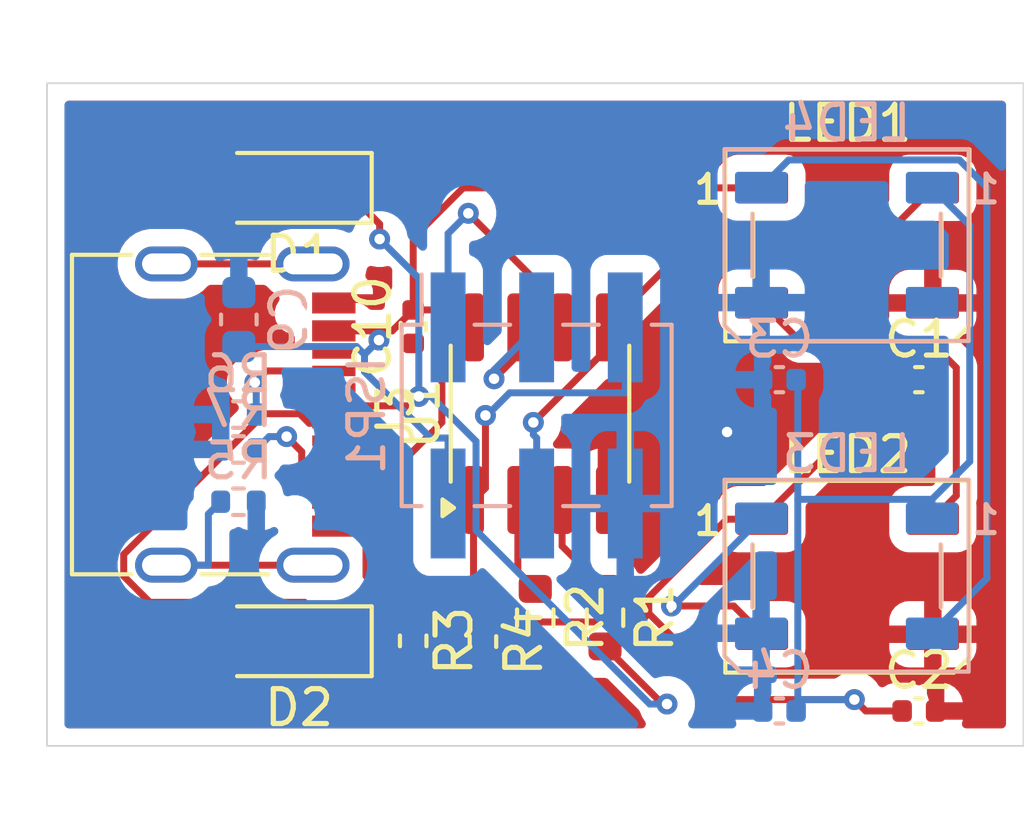
<source format=kicad_pcb>
(kicad_pcb (version 20241229) (generator "pcbnew") (generator_version "9.0")
  (layers (0 "F.Cu" signal) (2 "B.Cu" signal) (13 "F.Paste" user) (15 "B.Paste" user) (5 "F.SilkS" user "F.Silkscreen") (7 "B.SilkS" user "B.Silkscreen") (1 "F.Mask" user) (3 "B.Mask" user) (25 "Edge.Cuts" user))
  (net 0 "")
  (net 1 "GND")
  (net 2 "VCC")
  (net 3 "/PB0")
  (net 4 "/PB2")
  (net 5 "/RST")
  (net 6 "/PB1")
  (net 7 "/D-")
  (net 9 "Net-(J3-CC2)")
  (net 10 "Net-(J3-SHIELD)")
  (net 11 "/D+")
  (net 13 "Net-(J3-CC1)")
  (net 14 "/PB4")
  (net 15 "/PB3")
  (net 16 "WS-1")
  (net 17 "WS-2")
  (net 18 "WS-3")
  (footprint "LED_SMD:LED_WS2812B_PLCC4_5.0x5.0mm_P3.2mm" (layer "F.Cu") (at 182.95 102.15)
    (property "Reference" "LED1" (at 0 -3.5 0) (layer "F.SilkS"))
    (property "Value" "WS2812B")
    (fp_line (start -3.5 -2.75) (end -3.5 2.75) (stroke (width 0.12)) (layer "F.SilkS"))
    (fp_line (start -3.5 -2.75) (end 3.5 -2.75) (stroke (width 0.12)) (layer "F.SilkS"))
    (fp_line (start -3.5 2.75) (end 3.05 2.75) (stroke (width 0.12)) (layer "F.SilkS"))
    (fp_line (start -2.7 0.9) (end -2.7 -0.9) (stroke (width 0.12)) (layer "F.SilkS"))
    (fp_line (start 2.7 0.9) (end 2.7 -0.9) (stroke (width 0.12)) (layer "F.SilkS"))
    (fp_line (start 3.05 2.75) (end 3.5 2.3) (stroke (width 0.12)) (layer "F.SilkS"))
    (fp_line (start 3.5 2.3) (end 3.5 -2.75) (stroke (width 0.12)) (layer "F.SilkS"))
    (fp_text user "1" (at -4 -1.6 0) (layer "F.SilkS") (effects (font (size 0.8 0.8))))
    (pad "1" smd roundrect (at -2.45 -1.65) (size 1.5 0.9) (layers "F.Cu" "F.Mask" "F.Paste") (roundrect_rratio 0.1) (net 2 "VCC"))
    (pad "2" smd roundrect (at -2.45 1.65) (size 1.5 0.9) (layers "F.Cu" "F.Mask" "F.Paste") (roundrect_rratio 0.1) (net 16 "WS-1"))
    (pad "3" smd roundrect (at 2.45 1.65) (size 1.5 0.9) (layers "F.Cu" "F.Mask" "F.Paste") (roundrect_rratio 0.1) (net 1 "GND"))
    (pad "4" smd roundrect (at 2.45 -1.65) (size 1.5 0.9) (layers "F.Cu" "F.Mask" "F.Paste") (roundrect_rratio 0.1) (net 3 "/PB0"))
  )
  (footprint "Connector_USB:USB_C_Receptacle_G-Switch_GT-USB-7010ASV" (layer "F.Cu") (at 164.5 107 -90)
    (property "Reference" "J3" (at 0 -5.5 90) (layer "F.SilkS"))
    (property "Value" "USB_C_Receptacle_USB2.0_16P")
    (fp_line (start -4.58 3.785) (end -4.58 2.08) (stroke (width 0.12)) (layer "F.SilkS"))
    (fp_line (start 4.58 3.785) (end -4.58 3.785) (stroke (width 0.12)) (layer "F.SilkS"))
    (fp_line (start 4.58 2.08) (end 4.58 3.785) (stroke (width 0.12)) (layer "F.SilkS"))
    (fp_line (start 4.58 0.07) (end 4.58 -1.85) (stroke (width 0.12)) (layer "F.SilkS"))
    (fp_line (start -4.58 -1.85) (end -4.58 0.07) (stroke (width 0.12)) (layer "F.SilkS"))
    (pad "" np_thru_hole circle (at -2.89 -2.605 270) (size 0.65 0.65) (drill 0.65) (layers "*.Cu" "*.Mask"))
    (pad "" np_thru_hole circle (at 2.89 -2.605 270) (size 0.65 0.65) (drill 0.65) (layers "*.Cu" "*.Mask"))
    (pad "A1" smd rect (at -3.2 -3.725 270) (size 0.6 1.24) (layers "F.Cu" "F.Mask" "F.Paste") (net 1 "GND"))
    (pad "A4" smd rect (at -2.4 -3.725 270) (size 0.6 1.24) (layers "F.Cu" "F.Mask" "F.Paste") (net 2 "VCC"))
    (pad "A5" smd rect (at -1.25 -3.725 270) (size 0.3 1.24) (layers "F.Cu" "F.Mask" "F.Paste") (net 13 "Net-(J3-CC1)"))
    (pad "A6" smd rect (at -0.25 -3.725 270) (size 0.3 1.24) (layers "F.Cu" "F.Mask" "F.Paste") (net 11 "/D+"))
    (pad "A7" smd rect (at 0.25 -3.725 270) (size 0.3 1.24) (layers "F.Cu" "F.Mask" "F.Paste") (net 7 "/D-"))
    (pad "A8" smd rect (at 1.25 -3.725 270) (size 0.3 1.24) (layers "F.Cu" "F.Mask" "F.Paste"))
    (pad "A9" smd rect (at 2.4 -3.725 270) (size 0.6 1.24) (layers "F.Cu" "F.Mask" "F.Paste") (net 2 "VCC"))
    (pad "A12" smd rect (at 3.2 -3.725 270) (size 0.6 1.24) (layers "F.Cu" "F.Mask" "F.Paste") (net 1 "GND"))
    (pad "B1" smd rect (at 3.2 -3.725 270) (size 0.6 1.24) (layers "F.Cu" "F.Mask" "F.Paste") (net 1 "GND"))
    (pad "B4" smd rect (at 2.4 -3.725 270) (size 0.6 1.24) (layers "F.Cu" "F.Mask" "F.Paste") (net 2 "VCC"))
    (pad "B5" smd rect (at 1.75 -3.725 270) (size 0.3 1.24) (layers "F.Cu" "F.Mask" "F.Paste") (net 9 "Net-(J3-CC2)"))
    (pad "B6" smd rect (at 0.75 -3.725 270) (size 0.3 1.24) (layers "F.Cu" "F.Mask" "F.Paste") (net 11 "/D+"))
    (pad "B7" smd rect (at -0.75 -3.725 270) (size 0.3 1.24) (layers "F.Cu" "F.Mask" "F.Paste") (net 7 "/D-"))
    (pad "B8" smd rect (at -1.75 -3.725 270) (size 0.3 1.24) (layers "F.Cu" "F.Mask" "F.Paste"))
    (pad "B9" smd rect (at -2.4 -3.725 270) (size 0.6 1.24) (layers "F.Cu" "F.Mask" "F.Paste") (net 2 "VCC"))
    (pad "B12" smd rect (at -3.2 -3.725 270) (size 0.6 1.24) (layers "F.Cu" "F.Mask" "F.Paste") (net 1 "GND"))
    (pad "S1" thru_hole oval (at -4.32 -3.125 270) (size 1 2.1) (drill oval 0.6 1.7) (property pad_prop_heatsink) (layers "*.Cu" "*.Mask") (net 10 "Net-(J3-SHIELD)"))
    (pad "S1" thru_hole oval (at -4.32 1.075 270) (size 1 1.8) (drill oval 0.6 1.4) (property pad_prop_heatsink) (layers "*.Cu" "*.Mask") (net 10 "Net-(J3-SHIELD)"))
    (pad "S1" thru_hole oval (at 4.32 -3.125 270) (size 1 2.1) (drill oval 0.6 1.7) (property pad_prop_heatsink) (layers "*.Cu" "*.Mask") (net 10 "Net-(J3-SHIELD)"))
    (pad "S1" thru_hole oval (at 4.32 1.075 270) (size 1 1.8) (drill oval 0.6 1.4) (property pad_prop_heatsink) (layers "*.Cu" "*.Mask") (net 10 "Net-(J3-SHIELD)"))
  )
  (footprint "Capacitor_SMD:C_0402_1005Metric" (layer "F.Cu") (at 185 106)
    (property "Reference" "C1" (at 0 -1.16 0) (layer "F.SilkS"))
    (property "Value" "100n")
    (fp_line (start -0.107836 -0.36) (end 0.107836 -0.36) (stroke (width 0.12)) (layer "F.SilkS"))
    (fp_line (start -0.107836 0.36) (end 0.107836 0.36) (stroke (width 0.12)) (layer "F.SilkS"))
    (pad "1" smd roundrect (at -0.48 0) (size 0.56 0.62) (layers "F.Cu" "F.Mask" "F.Paste") (net 2 "VCC"))
    (pad "2" smd roundrect (at 0.48 0) (size 0.56 0.62) (layers "F.Cu" "F.Mask" "F.Paste") (net 1 "GND"))
  )
  (footprint "Diode_SMD:D_SOD-123F" (layer "F.Cu") (at 167.1 100.5 180)
    (property "Reference" "D1" (at -0.127 -1.905 0) (layer "F.SilkS"))
    (property "Value" "3V6")
    (fp_line (start -2.21 1) (end 1.65 1) (stroke (width 0.12)) (layer "F.SilkS"))
    (fp_line (start -2.21 -1) (end 1.65 -1) (stroke (width 0.12)) (layer "F.SilkS"))
    (fp_line (start -2.21 -1) (end -2.21 1) (stroke (width 0.12)) (layer "F.SilkS"))
    (pad "1" smd roundrect (at -1.4 0 180) (size 1.1 1.1) (layers "F.Cu" "F.Mask" "F.Paste") (roundrect_rratio 0.2272727273) (net 11 "/D+"))
    (pad "2" smd roundrect (at 1.4 0 180) (size 1.1 1.1) (layers "F.Cu" "F.Mask" "F.Paste") (roundrect_rratio 0.2272727273) (net 1 "GND"))
  )
  (footprint "Capacitor_SMD:C_0402_1005Metric" (layer "F.Cu") (at 185 115.5)
    (property "Reference" "C2" (at 0 -1.16 0) (layer "F.SilkS"))
    (property "Value" "100n")
    (fp_line (start -0.107836 -0.36) (end 0.107836 -0.36) (stroke (width 0.12)) (layer "F.SilkS"))
    (fp_line (start -0.107836 0.36) (end 0.107836 0.36) (stroke (width 0.12)) (layer "F.SilkS"))
    (pad "1" smd roundrect (at -0.48 0) (size 0.56 0.62) (layers "F.Cu" "F.Mask" "F.Paste") (net 2 "VCC"))
    (pad "2" smd roundrect (at 0.48 0) (size 0.56 0.62) (layers "F.Cu" "F.Mask" "F.Paste") (net 1 "GND"))
  )
  (footprint "Capacitor_SMD:C_0402_1005Metric" (layer "F.Cu") (at 170.5 104.48 90)
    (property "Reference" "C10" (at 0 -1.16 90) (layer "F.SilkS"))
    (property "Value" "100n")
    (fp_line (start -0.107836 -0.36) (end 0.107836 -0.36) (stroke (width 0.12)) (layer "F.SilkS"))
    (fp_line (start -0.107836 0.36) (end 0.107836 0.36) (stroke (width 0.12)) (layer "F.SilkS"))
    (pad "1" smd roundrect (at -0.48 0 90) (size 0.56 0.62) (layers "F.Cu" "F.Mask" "F.Paste") (net 1 "GND"))
    (pad "2" smd roundrect (at 0.48 0 90) (size 0.56 0.62) (layers "F.Cu" "F.Mask" "F.Paste") (net 2 "VCC"))
  )
  (footprint "Package_SO:SOIC-8_3.9x4.9mm_P1.27mm" (layer "F.Cu") (at 174.135 106.975 90)
    (property "Reference" "U1" (at 0 -3.4 90) (layer "F.SilkS"))
    (property "Value" "ATTINY85")
    (fp_line (start 0 -2.56) (end 1.95 -2.56) (stroke (width 0.12)) (layer "F.SilkS"))
    (fp_line (start 0 -2.56) (end -1.95 -2.56) (stroke (width 0.12)) (layer "F.SilkS"))
    (fp_line (start 0 2.56) (end 1.95 2.56) (stroke (width 0.12)) (layer "F.SilkS"))
    (fp_line (start 0 2.56) (end -1.95 2.56) (stroke (width 0.12)) (layer "F.SilkS"))
    (fp_poly (pts (xy -2.7 -2.465) (xy -2.94 -2.795) (xy -2.46 -2.795) (xy -2.7 -2.465)) (stroke (width 0.12)) (fill yes) (layer "F.SilkS"))
    (pad "1" smd roundrect (at -2.475 -1.905 90) (size 1.95 0.6) (layers "F.Cu" "F.Mask" "F.Paste") (net 5 "/RST"))
    (pad "2" smd roundrect (at -2.475 -0.635 90) (size 1.95 0.6) (layers "F.Cu" "F.Mask" "F.Paste") (net 15 "/PB3"))
    (pad "3" smd roundrect (at -2.475 0.635 90) (size 1.95 0.6) (layers "F.Cu" "F.Mask" "F.Paste") (net 14 "/PB4"))
    (pad "4" smd roundrect (at -2.475 1.905 90) (size 1.95 0.6) (layers "F.Cu" "F.Mask" "F.Paste") (net 1 "GND"))
    (pad "5" smd roundrect (at 2.475 1.905 90) (size 1.95 0.6) (layers "F.Cu" "F.Mask" "F.Paste") (net 3 "/PB0"))
    (pad "6" smd roundrect (at 2.475 0.635 90) (size 1.95 0.6) (layers "F.Cu" "F.Mask" "F.Paste") (net 6 "/PB1"))
    (pad "7" smd roundrect (at 2.475 -0.635 90) (size 1.95 0.6) (layers "F.Cu" "F.Mask" "F.Paste") (net 4 "/PB2"))
    (pad "8" smd roundrect (at 2.475 -1.905 90) (size 1.95 0.6) (layers "F.Cu" "F.Mask" "F.Paste") (net 2 "VCC"))
  )
  (footprint "Resistor_SMD:R_0402_1005Metric" (layer "F.Cu") (at 172.5 113.51 -90)
    (property "Reference" "R4" (at 0 -1.17 90) (layer "F.SilkS"))
    (property "Value" "10K")
    (fp_line (start -0.153641 0.38) (end 0.153641 0.38) (stroke (width 0.12)) (layer "F.SilkS"))
    (fp_line (start -0.153641 -0.38) (end 0.153641 -0.38) (stroke (width 0.12)) (layer "F.SilkS"))
    (pad "1" smd roundrect (at -0.51 0 270) (size 0.54 0.64) (layers "F.Cu" "F.Mask" "F.Paste") (net 5 "/RST"))
    (pad "2" smd roundrect (at 0.51 0 270) (size 0.54 0.64) (layers "F.Cu" "F.Mask" "F.Paste") (net 2 "VCC"))
  )
  (footprint "LED_SMD:LED_WS2812B_PLCC4_5.0x5.0mm_P3.2mm" (layer "F.Cu") (at 182.95 111.65)
    (property "Reference" "LED2" (at 0 -3.5 0) (layer "F.SilkS"))
    (property "Value" "WS2812B")
    (fp_line (start -3.5 -2.75) (end -3.5 2.75) (stroke (width 0.12)) (layer "F.SilkS"))
    (fp_line (start -3.5 -2.75) (end 3.5 -2.75) (stroke (width 0.12)) (layer "F.SilkS"))
    (fp_line (start -3.5 2.75) (end 3.05 2.75) (stroke (width 0.12)) (layer "F.SilkS"))
    (fp_line (start -2.7 0.9) (end -2.7 -0.9) (stroke (width 0.12)) (layer "F.SilkS"))
    (fp_line (start 2.7 0.9) (end 2.7 -0.9) (stroke (width 0.12)) (layer "F.SilkS"))
    (fp_line (start 3.05 2.75) (end 3.5 2.3) (stroke (width 0.12)) (layer "F.SilkS"))
    (fp_line (start 3.5 2.3) (end 3.5 -2.75) (stroke (width 0.12)) (layer "F.SilkS"))
    (fp_text user "1" (at -4 -1.6 0) (layer "F.SilkS") (effects (font (size 0.8 0.8))))
    (pad "1" smd roundrect (at -2.45 -1.65) (size 1.5 0.9) (layers "F.Cu" "F.Mask" "F.Paste") (roundrect_rratio 0.1) (net 2 "VCC"))
    (pad "2" smd roundrect (at -2.45 1.65) (size 1.5 0.9) (layers "F.Cu" "F.Mask" "F.Paste") (roundrect_rratio 0.1) (net 17 "WS-2"))
    (pad "3" smd roundrect (at 2.45 1.65) (size 1.5 0.9) (layers "F.Cu" "F.Mask" "F.Paste") (roundrect_rratio 0.1) (net 1 "GND"))
    (pad "4" smd roundrect (at 2.45 -1.65) (size 1.5 0.9) (layers "F.Cu" "F.Mask" "F.Paste") (roundrect_rratio 0.1) (net 16 "WS-1"))
  )
  (footprint "Resistor_SMD:R_0402_1005Metric" (layer "F.Cu") (at 170.5 113.49 -90)
    (property "Reference" "R3" (at 0 -1.17 90) (layer "F.SilkS"))
    (property "Value" "1.5K")
    (fp_line (start -0.153641 0.38) (end 0.153641 0.38) (stroke (width 0.12)) (layer "F.SilkS"))
    (fp_line (start -0.153641 -0.38) (end 0.153641 -0.38) (stroke (width 0.12)) (layer "F.SilkS"))
    (pad "1" smd roundrect (at -0.51 0 270) (size 0.54 0.64) (layers "F.Cu" "F.Mask" "F.Paste") (net 2 "VCC"))
    (pad "2" smd roundrect (at 0.51 0 270) (size 0.54 0.64) (layers "F.Cu" "F.Mask" "F.Paste") (net 7 "/D-"))
  )
  (footprint "Resistor_SMD:R_0603_1608Metric" (layer "F.Cu") (at 176 112.825 -90)
    (property "Reference" "R1" (at 0 -1.43 90) (layer "F.SilkS"))
    (property "Value" "75")
    (fp_line (start -0.237258 0.5225) (end 0.237258 0.5225) (stroke (width 0.12)) (layer "F.SilkS"))
    (fp_line (start -0.237258 -0.5225) (end 0.237258 -0.5225) (stroke (width 0.12)) (layer "F.SilkS"))
    (pad "1" smd roundrect (at -0.825 0 270) (size 0.8 0.95) (layers "F.Cu" "F.Mask" "F.Paste") (net 14 "/PB4"))
    (pad "2" smd roundrect (at 0.825 0 270) (size 0.8 0.95) (layers "F.Cu" "F.Mask" "F.Paste") (net 11 "/D+"))
  )
  (footprint "Resistor_SMD:R_0603_1608Metric" (layer "F.Cu") (at 174 112.825 -90)
    (property "Reference" "R2" (at 0 -1.43 90) (layer "F.SilkS"))
    (property "Value" "75")
    (fp_line (start -0.237258 0.5225) (end 0.237258 0.5225) (stroke (width 0.12)) (layer "F.SilkS"))
    (fp_line (start -0.237258 -0.5225) (end 0.237258 -0.5225) (stroke (width 0.12)) (layer "F.SilkS"))
    (pad "1" smd roundrect (at -0.825 0 270) (size 0.8 0.95) (layers "F.Cu" "F.Mask" "F.Paste") (net 15 "/PB3"))
    (pad "2" smd roundrect (at 0.825 0 270) (size 0.8 0.95) (layers "F.Cu" "F.Mask" "F.Paste") (net 7 "/D-"))
  )
  (footprint "Diode_SMD:D_SOD-123F" (layer "F.Cu") (at 167.1 113.5 180)
    (property "Reference" "D2" (at -0.127 -1.905 0) (layer "F.SilkS"))
    (property "Value" "3V6")
    (fp_line (start -2.21 1) (end 1.65 1) (stroke (width 0.12)) (layer "F.SilkS"))
    (fp_line (start -2.21 -1) (end 1.65 -1) (stroke (width 0.12)) (layer "F.SilkS"))
    (fp_line (start -2.21 -1) (end -2.21 1) (stroke (width 0.12)) (layer "F.SilkS"))
    (pad "1" smd roundrect (at -1.4 0 180) (size 1.1 1.1) (layers "F.Cu" "F.Mask" "F.Paste") (roundrect_rratio 0.2272727273) (net 7 "/D-"))
    (pad "2" smd roundrect (at 1.4 0 180) (size 1.1 1.1) (layers "F.Cu" "F.Mask" "F.Paste") (roundrect_rratio 0.2272727273) (net 1 "GND"))
  )
  (footprint "LED_SMD:LED_WS2812B_PLCC4_5.0x5.0mm_P3.2mm" (layer "B.Cu") (at 182.9265 102.1404 180)
    (property "Reference" "LED4" (at 0 3.5 0) (layer "B.SilkS") (effects (justify mirror)))
    (property "Value" "WS2812B")
    (fp_line (start 3.5 -2.3) (end 3.5 2.75) (stroke (width 0.12)) (layer "B.SilkS"))
    (fp_line (start 3.05 -2.75) (end 3.5 -2.3) (stroke (width 0.12)) (layer "B.SilkS"))
    (fp_line (start 2.7 -0.9) (end 2.7 0.9) (stroke (width 0.12)) (layer "B.SilkS"))
    (fp_line (start -2.7 -0.9) (end -2.7 0.9) (stroke (width 0.12)) (layer "B.SilkS"))
    (fp_line (start -3.5 2.75) (end 3.5 2.75) (stroke (width 0.12)) (layer "B.SilkS"))
    (fp_line (start -3.5 2.75) (end -3.5 -2.75) (stroke (width 0.12)) (layer "B.SilkS"))
    (fp_line (start -3.5 -2.75) (end 3.05 -2.75) (stroke (width 0.12)) (layer "B.SilkS"))
    (fp_text user "1" (at -4 1.6 0) (layer "B.SilkS") (effects (font (size 0.8 0.8)) (justify mirror)))
    (pad "1" smd roundrect (at -2.45 1.65 180) (size 1.5 0.9) (layers "B.Cu" "B.Mask" "B.Paste") (roundrect_rratio 0.1) (net 2 "VCC"))
    (pad "2" smd roundrect (at -2.45 -1.65 180) (size 1.5 0.9) (layers "B.Cu" "B.Mask" "B.Paste") (roundrect_rratio 0.1))
    (pad "3" smd roundrect (at 2.45 -1.65 180) (size 1.5 0.9) (layers "B.Cu" "B.Mask" "B.Paste") (roundrect_rratio 0.1) (net 1 "GND"))
    (pad "4" smd roundrect (at 2.45 1.65 180) (size 1.5 0.9) (layers "B.Cu" "B.Mask" "B.Paste") (roundrect_rratio 0.1) (net 18 "WS-3"))
  )
  (footprint "Resistor_SMD:R_0402_1005Metric" (layer "B.Cu") (at 165.49 107 180)
    (property "Reference" "R6" (at 0 1.17 0) (layer "B.SilkS") (effects (justify mirror)))
    (property "Value" "5.11k")
    (fp_line (start -0.153641 0.38) (end 0.153641 0.38) (stroke (width 0.12)) (layer "B.SilkS"))
    (fp_line (start -0.153641 -0.38) (end 0.153641 -0.38) (stroke (width 0.12)) (layer "B.SilkS"))
    (pad "1" smd roundrect (at -0.51 0 180) (size 0.54 0.64) (layers "B.Cu" "B.Mask" "B.Paste") (net 13 "Net-(J3-CC1)"))
    (pad "2" smd roundrect (at 0.51 0 180) (size 0.54 0.64) (layers "B.Cu" "B.Mask" "B.Paste") (net 1 "GND"))
  )
  (footprint "Resistor_SMD:R_0402_1005Metric" (layer "B.Cu") (at 165.49 108 180)
    (property "Reference" "R7" (at 0 1.17 0) (layer "B.SilkS") (effects (justify mirror)))
    (property "Value" "5.11k")
    (fp_line (start -0.153641 0.38) (end 0.153641 0.38) (stroke (width 0.12)) (layer "B.SilkS"))
    (fp_line (start -0.153641 -0.38) (end 0.153641 -0.38) (stroke (width 0.12)) (layer "B.SilkS"))
    (pad "1" smd roundrect (at -0.51 0 180) (size 0.54 0.64) (layers "B.Cu" "B.Mask" "B.Paste") (net 9 "Net-(J3-CC2)"))
    (pad "2" smd roundrect (at 0.51 0 180) (size 0.54 0.64) (layers "B.Cu" "B.Mask" "B.Paste") (net 1 "GND"))
  )
  (footprint "Capacitor_SMD:C_0603_1608Metric" (layer "B.Cu") (at 165.5 104.275 90)
    (property "Reference" "C9" (at 0 1.43 90) (layer "B.SilkS") (effects (justify mirror)))
    (property "Value" "10µF")
    (fp_line (start -0.14058 -0.51) (end 0.14058 -0.51) (stroke (width 0.12)) (layer "B.SilkS"))
    (fp_line (start -0.14058 0.51) (end 0.14058 0.51) (stroke (width 0.12)) (layer "B.SilkS"))
    (pad "1" smd roundrect (at -0.775 0 90) (size 0.9 0.95) (layers "B.Cu" "B.Mask" "B.Paste") (net 2 "VCC"))
    (pad "2" smd roundrect (at 0.775 0 90) (size 0.9 0.95) (layers "B.Cu" "B.Mask" "B.Paste") (net 1 "GND"))
  )
  (footprint "Capacitor_SMD:C_0402_1005Metric" (layer "B.Cu") (at 181 115.5 180)
    (property "Reference" "C4" (at 0 1.16 0) (layer "B.SilkS") (effects (justify mirror)))
    (property "Value" "100n")
    (fp_line (start -0.107836 0.36) (end 0.107836 0.36) (stroke (width 0.12)) (layer "B.SilkS"))
    (fp_line (start -0.107836 -0.36) (end 0.107836 -0.36) (stroke (width 0.12)) (layer "B.SilkS"))
    (pad "1" smd roundrect (at -0.48 0 180) (size 0.56 0.62) (layers "B.Cu" "B.Mask" "B.Paste") (net 2 "VCC"))
    (pad "2" smd roundrect (at 0.48 0 180) (size 0.56 0.62) (layers "B.Cu" "B.Mask" "B.Paste") (net 1 "GND"))
  )
  (footprint "LED_SMD:LED_WS2812B_PLCC4_5.0x5.0mm_P3.2mm" (layer "B.Cu") (at 182.9265 111.6215 180)
    (property "Reference" "LED3" (at 0 3.5 0) (layer "B.SilkS") (effects (justify mirror)))
    (property "Value" "WS2812B")
    (fp_line (start 3.5 -2.3) (end 3.5 2.75) (stroke (width 0.12)) (layer "B.SilkS"))
    (fp_line (start 3.05 -2.75) (end 3.5 -2.3) (stroke (width 0.12)) (layer "B.SilkS"))
    (fp_line (start 2.7 -0.9) (end 2.7 0.9) (stroke (width 0.12)) (layer "B.SilkS"))
    (fp_line (start -2.7 -0.9) (end -2.7 0.9) (stroke (width 0.12)) (layer "B.SilkS"))
    (fp_line (start -3.5 2.75) (end 3.5 2.75) (stroke (width 0.12)) (layer "B.SilkS"))
    (fp_line (start -3.5 2.75) (end -3.5 -2.75) (stroke (width 0.12)) (layer "B.SilkS"))
    (fp_line (start -3.5 -2.75) (end 3.05 -2.75) (stroke (width 0.12)) (layer "B.SilkS"))
    (fp_text user "1" (at -4 1.6 0) (layer "B.SilkS") (effects (font (size 0.8 0.8)) (justify mirror)))
    (pad "1" smd roundrect (at -2.45 1.65 180) (size 1.5 0.9) (layers "B.Cu" "B.Mask" "B.Paste") (roundrect_rratio 0.1) (net 2 "VCC"))
    (pad "2" smd roundrect (at -2.45 -1.65 180) (size 1.5 0.9) (layers "B.Cu" "B.Mask" "B.Paste") (roundrect_rratio 0.1) (net 18 "WS-3"))
    (pad "3" smd roundrect (at 2.45 -1.65 180) (size 1.5 0.9) (layers "B.Cu" "B.Mask" "B.Paste") (roundrect_rratio 0.1) (net 1 "GND"))
    (pad "4" smd roundrect (at 2.45 1.65 180) (size 1.5 0.9) (layers "B.Cu" "B.Mask" "B.Paste") (roundrect_rratio 0.1) (net 17 "WS-2"))
  )
  (footprint "Resistor_SMD:R_0402_1005Metric" (layer "B.Cu") (at 165.49 109.5 180)
    (property "Reference" "R5" (at 0 1.17 0) (layer "B.SilkS") (effects (justify mirror)))
    (property "Value" "1M")
    (fp_line (start -0.153641 0.38) (end 0.153641 0.38) (stroke (width 0.12)) (layer "B.SilkS"))
    (fp_line (start -0.153641 -0.38) (end 0.153641 -0.38) (stroke (width 0.12)) (layer "B.SilkS"))
    (pad "1" smd roundrect (at -0.51 0 180) (size 0.54 0.64) (layers "B.Cu" "B.Mask" "B.Paste") (net 1 "GND"))
    (pad "2" smd roundrect (at 0.51 0 180) (size 0.54 0.64) (layers "B.Cu" "B.Mask" "B.Paste") (net 10 "Net-(J3-SHIELD)"))
  )
  (footprint "Connector_PinHeader_2.54mm:PinHeader_2x03_P2.54mm_Vertical_SMD" (layer "B.Cu") (at 174.04 107.025 -90)
    (property "Reference" "ISP1" (at 0 4.87 90) (layer "B.SilkS") (effects (justify mirror)))
    (property "Value" "AVRISP-6")
    (fp_line (start -2.6 3.87) (end 2.6 3.87) (stroke (width 0.12)) (layer "B.SilkS"))
    (fp_line (start -2.6 3.87) (end -2.6 3.3) (stroke (width 0.12)) (layer "B.SilkS"))
    (fp_line (start 2.6 3.87) (end 2.6 3.3) (stroke (width 0.12)) (layer "B.SilkS"))
    (fp_line (start -4.04 3.3) (end -2.6 3.3) (stroke (width 0.12)) (layer "B.SilkS"))
    (fp_line (start -2.6 1.78) (end -2.6 0.76) (stroke (width 0.12)) (layer "B.SilkS"))
    (fp_line (start 2.6 1.78) (end 2.6 0.76) (stroke (width 0.12)) (layer "B.SilkS"))
    (fp_line (start -2.6 -0.76) (end -2.6 -1.78) (stroke (width 0.12)) (layer "B.SilkS"))
    (fp_line (start 2.6 -0.76) (end 2.6 -1.78) (stroke (width 0.12)) (layer "B.SilkS"))
    (fp_line (start -2.6 -3.3) (end -2.6 -3.87) (stroke (width 0.12)) (layer "B.SilkS"))
    (fp_line (start 2.6 -3.3) (end 2.6 -3.87) (stroke (width 0.12)) (layer "B.SilkS"))
    (fp_line (start -2.6 -3.87) (end 2.6 -3.87) (stroke (width 0.12)) (layer "B.SilkS"))
    (pad "1" smd rect (at -2.525 2.54 270) (size 3.15 1) (layers "B.Cu" "B.Mask" "B.Paste") (net 6 "/PB1"))
    (pad "2" smd rect (at 2.525 2.54 270) (size 3.15 1) (layers "B.Cu" "B.Mask" "B.Paste") (net 2 "VCC"))
    (pad "3" smd rect (at -2.525 0 270) (size 3.15 1) (layers "B.Cu" "B.Mask" "B.Paste") (net 4 "/PB2"))
    (pad "4" smd rect (at 2.525 0 270) (size 3.15 1) (layers "B.Cu" "B.Mask" "B.Paste") (net 3 "/PB0"))
    (pad "5" smd rect (at -2.525 -2.54 270) (size 3.15 1) (layers "B.Cu" "B.Mask" "B.Paste") (net 5 "/RST"))
    (pad "6" smd rect (at 2.525 -2.54 270) (size 3.15 1) (layers "B.Cu" "B.Mask" "B.Paste") (net 1 "GND"))
  )
  (footprint "Capacitor_SMD:C_0402_1005Metric" (layer "B.Cu") (at 181 106 180)
    (property "Reference" "C3" (at 0 1.16 0) (layer "B.SilkS") (effects (justify mirror)))
    (property "Value" "100n")
    (fp_line (start -0.107836 0.36) (end 0.107836 0.36) (stroke (width 0.12)) (layer "B.SilkS"))
    (fp_line (start -0.107836 -0.36) (end 0.107836 -0.36) (stroke (width 0.12)) (layer "B.SilkS"))
    (pad "1" smd roundrect (at -0.48 0 180) (size 0.56 0.62) (layers "B.Cu" "B.Mask" "B.Paste") (net 2 "VCC"))
    (pad "2" smd roundrect (at 0.48 0 180) (size 0.56 0.62) (layers "B.Cu" "B.Mask" "B.Paste") (net 1 "GND"))
  )
  (gr_line (start 160 116.5) (end 160 97.5) (stroke (width 0.05)) (layer "Edge.Cuts"))
  (gr_line (start 188 97.5) (end 188 116.5) (stroke (width 0.05)) (layer "Edge.Cuts"))
  (gr_line (start 160 97.5) (end 188 97.5) (stroke (width 0.05)) (layer "Edge.Cuts"))
  (gr_line (start 188 116.5) (end 160 116.5) (stroke (width 0.05)) (layer "Edge.Cuts"))
  (via (at 179.5 107.5) (size 0.6) (drill 0.3) (layers "F.Cu" "B.Cu") (net 1))
  (segment (start 171.54 114.02) (end 172.5 114.02) (width 0.2) (layer "F.Cu") (net 2))
  (segment (start 170.5 112.98) (end 171.54 114.02) (width 0.2) (layer "F.Cu") (net 2))
  (segment (start 180.5 100.5) (end 171.9346 100.5) (width 0.2) (layer "F.Cu") (net 2))
  (segment (start 168.225 104.6) (end 169.5173 104.6) (width 0.2) (layer "F.Cu") (net 2))
  (segment (start 169.5173 104.6) (end 169.9 104.6) (width 0.2) (layer "F.Cu") (net 2))
  (segment (start 177.2547 112.2399) (end 177.2547 112.7008) (width 0.2) (layer "F.Cu") (net 2))
  (segment (start 177.008 112.9475) (end 173.4807 112.9475) (width 0.2) (layer "F.Cu") (net 2))
  (segment (start 169.1467 109.4) (end 169.1467 111.6267) (width 0.2) (layer "F.Cu") (net 2))
  (segment (start 173.204 113.316) (end 172.5 114.02) (width 0.2) (layer "F.Cu") (net 2))
  (segment (start 177.2547 112.7008) (end 177.008 112.9475) (width 0.2) (layer "F.Cu") (net 2))
  (segment (start 170.5 104) (end 171.73 104) (width 0.2) (layer "F.Cu") (net 2))
  (segment (start 179.7274 115.1735) (end 183.1498 115.1735) (width 0.2) (layer "F.Cu") (net 2))
  (segment (start 184.5 106) (end 184.52 106) (width 0.2) (layer "F.Cu") (net 2))
  (segment (start 171.9346 100.5) (end 170.5 101.9346) (width 0.2) (layer "F.Cu") (net 2))
  (segment (start 183.1498 115.1735) (end 183.4763 115.5) (width 0.2) (layer "F.Cu") (net 2))
  (segment (start 172.23 104.5) (end 171.3223 105.4077) (width 0.2) (layer "F.Cu") (net 2))
  (segment (start 177.2547 112.7008) (end 179.7274 115.1735) (width 0.2) (layer "F.Cu") (net 2))
  (segment (start 169.1467 111.6267) (end 170.5 112.98) (width 0.2) (layer "F.Cu") (net 2))
  (segment (start 170.5 101.9346) (end 170.5 104) (width 0.2) (layer "F.Cu") (net 2))
  (segment (start 180.5 110) (end 184.5 106) (width 0.2) (layer "F.Cu") (net 2))
  (segment (start 180.5 110) (end 179.4946 110) (width 0.2) (layer "F.Cu") (net 2))
  (segment (start 171.3223 105.4077) (end 171.3223 107.2244) (width 0.2) (layer "F.Cu") (net 2))
  (segment (start 168.225 109.4) (end 169.1467 109.4) (width 0.2) (layer "F.Cu") (net 2))
  (segment (start 173.4807 112.9475) (end 173.204 113.2242) (width 0.2) (layer "F.Cu") (net 2))
  (segment (start 171.3223 107.2244) (end 169.1467 109.4) (width 0.2) (layer "F.Cu") (net 2))
  (segment (start 171.73 104) (end 172.23 104.5) (width 0.2) (layer "F.Cu") (net 2))
  (segment (start 173.204 113.2242) (end 173.204 113.316) (width 0.2) (layer "F.Cu") (net 2))
  (segment (start 183.4763 115.5) (end 184.52 115.5) (width 0.2) (layer "F.Cu") (net 2))
  (segment (start 179.4946 110) (end 177.2547 112.2399) (width 0.2) (layer "F.Cu") (net 2))
  (segment (start 169.5173 104.8642) (end 169.5173 104.6) (width 0.2) (layer "F.Cu") (net 2))
  (segment (start 169.9 104.6) (end 170.5 104) (width 0.2) (layer "F.Cu") (net 2))
  (via (at 183.1498 115.1735) (size 0.6) (drill 0.3) (layers "F.Cu" "B.Cu") (net 2))
  (via (at 169.5173 104.8642) (size 0.6) (drill 0.3) (layers "F.Cu" "B.Cu") (net 2))
  (segment (start 185.3765 109.4306) (end 181.5285 109.4306) (width 0.2) (layer "B.Cu") (net 2))
  (segment (start 168.8767 105.05) (end 165.5 105.05) (width 0.2) (layer "B.Cu") (net 2))
  (segment (start 181.5285 115.1735) (end 181.5285 115.4515) (width 0.2) (layer "B.Cu") (net 2))
  (segment (start 171.0032 107.6733) (end 171.5 107.6733) (width 0.2) (layer "B.Cu") (net 2))
  (segment (start 169.1041 105.7742) (end 171.0032 107.6733) (width 0.2) (layer "B.Cu") (net 2))
  (segment (start 185.3765 109.4306) (end 185.3765 109.9715) (width 0.2) (layer "B.Cu") (net 2))
  (segment (start 169.1041 105.2774) (end 169.1041 105.7742) (width 0.2) (layer "B.Cu") (net 2))
  (segment (start 171.5 109.55) (end 171.5 107.6733) (width 0.2) (layer "B.Cu") (net 2))
  (segment (start 181.48 106) (end 181.5285 106.0485) (width 0.2) (layer "B.Cu") (net 2))
  (segment (start 186.4582 101.5721) (end 186.4582 108.3489) (width 0.2) (layer "B.Cu") (net 2))
  (segment (start 181.5285 115.1735) (end 183.1498 115.1735) (width 0.2) (layer "B.Cu") (net 2))
  (segment (start 181.5285 109.4306) (end 181.5285 115.1735) (width 0.2) (layer "B.Cu") (net 2))
  (segment (start 169.1041 105.2774) (end 168.8767 105.05) (width 0.2) (layer "B.Cu") (net 2))
  (segment (start 186.4582 108.3489) (end 185.3765 109.4306) (width 0.2) (layer "B.Cu") (net 2))
  (segment (start 181.5285 115.4515) (end 181.48 115.5) (width 0.2) (layer "B.Cu") (net 2))
  (segment (start 169.5173 104.8642) (end 169.1041 105.2774) (width 0.2) (layer "B.Cu") (net 2))
  (segment (start 185.3765 100.4904) (end 186.4582 101.5721) (width 0.2) (layer "B.Cu") (net 2))
  (segment (start 181.5285 106.0485) (end 181.5285 109.4306) (width 0.2) (layer "B.Cu") (net 2))
  (segment (start 178.39 102.15) (end 176.04 104.5) (width 0.2) (layer "F.Cu") (net 3))
  (segment (start 185.4 100.5) (end 183.75 102.15) (width 0.2) (layer "F.Cu") (net 3))
  (segment (start 176.04 105.1308) (end 173.945 107.2258) (width 0.2) (layer "F.Cu") (net 3))
  (segment (start 176.04 104.5) (end 176.04 105.1308) (width 0.2) (layer "F.Cu") (net 3))
  (segment (start 183.75 102.15) (end 178.39 102.15) (width 0.2) (layer "F.Cu") (net 3))
  (via (at 173.945 107.2258) (size 0.6) (drill 0.3) (layers "F.Cu" "B.Cu") (net 3))
  (segment (start 174.04 109.55) (end 174.04 107.6733) (width 0.2) (layer "B.Cu") (net 3))
  (segment (start 173.945 107.2258) (end 173.945 107.5783) (width 0.2) (layer "B.Cu") (net 3))
  (segment (start 173.945 107.5783) (end 174.04 107.6733) (width 0.2) (layer "B.Cu") (net 3))
  (segment (start 173.5 105.2922) (end 172.8177 105.9745) (width 0.2) (layer "F.Cu") (net 4))
  (segment (start 173.5 104.5) (end 173.5 105.2922) (width 0.2) (layer "F.Cu") (net 4))
  (via (at 172.8177 105.9745) (size 0.6) (drill 0.3) (layers "F.Cu" "B.Cu") (net 4))
  (segment (start 174.04 104.5) (end 172.8177 105.7223) (width 0.2) (layer "B.Cu") (net 4))
  (segment (start 172.8177 105.7223) (end 172.8177 105.9745) (width 0.2) (layer "B.Cu") (net 4))
  (segment (start 172.23 112.73) (end 172.5 113) (width 0.2) (layer "F.Cu") (net 5))
  (segment (start 172.23 109.45) (end 172.23 112.73) (width 0.2) (layer "F.Cu") (net 5))
  (segment (start 172.23 109.45) (end 172.5716 109.1084) (width 0.2) (layer "F.Cu") (net 5))
  (segment (start 172.5716 109.1084) (end 172.5716 107.025) (width 0.2) (layer "F.Cu") (net 5))
  (via (at 172.5716 107.025) (size 0.6) (drill 0.3) (layers "F.Cu" "B.Cu") (net 5))
  (segment (start 176.58 104.5) (end 176.58 106.3767) (width 0.2) (layer "B.Cu") (net 5))
  (segment (start 172.5716 107.025) (end 172.6181 107.025) (width 0.2) (layer "B.Cu") (net 5))
  (segment (start 172.6181 107.025) (end 173.2664 106.3767) (width 0.2) (layer "B.Cu") (net 5))
  (segment (start 173.2664 106.3767) (end 176.58 106.3767) (width 0.2) (layer "B.Cu") (net 5))
  (segment (start 174.77 104.5) (end 174.77 103.919) (width 0.2) (layer "F.Cu") (net 6))
  (segment (start 174.77 103.919) (end 172.0804 101.2294) (width 0.2) (layer "F.Cu") (net 6))
  (via (at 172.0804 101.2294) (size 0.6) (drill 0.3) (layers "F.Cu" "B.Cu") (net 6))
  (segment (start 171.5 101.8098) (end 171.5 104.5) (width 0.2) (layer "B.Cu") (net 6))
  (segment (start 172.0804 101.2294) (end 171.5 101.8098) (width 0.2) (layer "B.Cu") (net 6))
  (segment (start 162.9498 112.3845) (end 162.1991 111.6338) (width 0.2) (layer "F.Cu") (net 7))
  (segment (start 166.2304 106.9767) (end 167.3033 106.9767) (width 0.2) (layer "F.Cu") (net 7))
  (segment (start 170.5 114) (end 171.1048 114.6048) (width 0.2) (layer "F.Cu") (net 7))
  (segment (start 168.225 107.25) (end 167.5176 107.25) (width 0.2) (layer "F.Cu") (net 7))
  (segment (start 171.1048 114.6048) (end 173.0452 114.6048) (width 0.2) (layer "F.Cu") (net 7))
  (segment (start 169 114) (end 168.5 113.5) (width 0.2) (layer "F.Cu") (net 7))
  (segment (start 167.3033 107.0357) (end 167.3033 106.9767) (width 0.2) (layer "F.Cu") (net 7))
  (segment (start 173.0452 114.6048) (end 174 113.65) (width 0.2) (layer "F.Cu") (net 7))
  (segment (start 162.1991 111.008) (end 166.2304 106.9767) (width 0.2) (layer "F.Cu") (net 7))
  (segment (start 168.225 106.25) (end 167.3033 106.25) (width 0.2) (layer "F.Cu") (net 7))
  (segment (start 168.5 113.5) (end 167.3845 112.3845) (width 0.2) (layer "F.Cu") (net 7))
  (segment (start 167.3845 112.3845) (end 162.9498 112.3845) (width 0.2) (layer "F.Cu") (net 7))
  (segment (start 167.5176 107.25) (end 167.3033 107.0357) (width 0.2) (layer "F.Cu") (net 7))
  (segment (start 162.1991 111.6338) (end 162.1991 111.008) (width 0.2) (layer "F.Cu") (net 7))
  (segment (start 170.5 114) (end 169 114) (width 0.2) (layer "F.Cu") (net 7))
  (segment (start 167.3033 106.9767) (end 167.3033 106.25) (width 0.2) (layer "F.Cu") (net 7))
  (segment (start 167.3033 108.065) (end 166.8706 107.6323) (width 0.2) (layer "F.Cu") (net 9))
  (segment (start 167.3033 108.75) (end 167.3033 108.065) (width 0.2) (layer "F.Cu") (net 9))
  (segment (start 168.225 108.75) (end 167.3033 108.75) (width 0.2) (layer "F.Cu") (net 9))
  (via (at 166.8706 107.6323) (size 0.6) (drill 0.3) (layers "F.Cu" "B.Cu") (net 9))
  (segment (start 166.3677 107.6323) (end 166 108) (width 0.2) (layer "B.Cu") (net 9))
  (segment (start 166.8706 107.6323) (end 166.3677 107.6323) (width 0.2) (layer "B.Cu") (net 9))
  (segment (start 163.425 111.32) (end 167.625 111.32) (width 0.2) (layer "F.Cu") (net 10))
  (segment (start 163.425 102.68) (end 167.625 102.68) (width 0.2) (layer "F.Cu") (net 10))
  (segment (start 164.6267 109.8533) (end 164.98 109.5) (width 0.2) (layer "B.Cu") (net 10))
  (segment (start 164.6267 111.32) (end 164.6267 109.8533) (width 0.2) (layer "B.Cu") (net 10))
  (segment (start 163.425 111.32) (end 164.6267 111.32) (width 0.2) (layer "B.Cu") (net 10))
  (segment (start 170.3917 106.75) (end 169.1467 106.75) (width 0.2) (layer "F.Cu") (net 11))
  (segment (start 170.6612 106.4805) (end 170.3917 106.75) (width 0.2) (layer "F.Cu") (net 11))
  (segment (start 168.5 100.5) (end 169.5375 101.5375) (width 0.2) (layer "F.Cu") (net 11))
  (segment (start 169.1467 107.75) (end 169.1467 106.75) (width 0.2) (layer "F.Cu") (net 11))
  (segment (start 177.7775 115.3011) (end 177.6511 115.3011) (width 0.2) (layer "F.Cu") (net 11))
  (segment (start 169.5375 101.5375) (end 169.5375 101.9682) (width 0.2) (layer "F.Cu") (net 11))
  (segment (start 168.225 107.75) (end 169.1467 107.75) (width 0.2) (layer "F.Cu") (net 11))
  (segment (start 169.1467 106.75) (end 168.225 106.75) (width 0.2) (layer "F.Cu") (net 11))
  (segment (start 177.6511 115.3011) (end 176 113.65) (width 0.2) (layer "F.Cu") (net 11))
  (via (at 177.7775 115.3011) (size 0.6) (drill 0.3) (layers "F.Cu" "B.Cu") (net 11))
  (via (at 169.5375 101.9682) (size 0.6) (drill 0.3) (layers "F.Cu" "B.Cu") (net 11))
  (via (at 170.6612 106.4805) (size 0.6) (drill 0.3) (layers "F.Cu" "B.Cu") (net 11))
  (segment (start 169.5375 101.9682) (end 170.6612 103.0919) (width 0.2) (layer "B.Cu") (net 11))
  (segment (start 172.3017 107.7679) (end 172.3017 110.3203) (width 0.2) (layer "B.Cu") (net 11))
  (segment (start 170.6612 103.0919) (end 170.6612 106.4805) (width 0.2) (layer "B.Cu") (net 11))
  (segment (start 172.3017 110.3203) (end 177.2825 115.3011) (width 0.2) (layer "B.Cu") (net 11))
  (segment (start 171.0143 106.4805) (end 172.3017 107.7679) (width 0.2) (layer "B.Cu") (net 11))
  (segment (start 170.6612 106.4805) (end 171.0143 106.4805) (width 0.2) (layer "B.Cu") (net 11))
  (segment (start 177.2825 115.3011) (end 177.7775 115.3011) (width 0.2) (layer "B.Cu") (net 11))
  (segment (start 168.225 105.75) (end 166.2885 105.75) (width 0.2) (layer "F.Cu") (net 13))
  (segment (start 166.2885 105.75) (end 165.9591 106.0794) (width 0.2) (layer "F.Cu") (net 13))
  (via (at 165.9591 106.0794) (size 0.6) (drill 0.3) (layers "F.Cu" "B.Cu") (net 13))
  (segment (start 165.9591 106.0794) (end 166 106.1203) (width 0.2) (layer "B.Cu") (net 13))
  (segment (start 166 106.1203) (end 166 107) (width 0.2) (layer "B.Cu") (net 13))
  (segment (start 174.77 110.77) (end 174.77 109.45) (width 0.2) (layer "F.Cu") (net 14))
  (segment (start 176 112) (end 174.77 110.77) (width 0.2) (layer "F.Cu") (net 14))
  (segment (start 173.5 111.5) (end 174 112) (width 0.2) (layer "F.Cu") (net 15))
  (segment (start 173.5 109.45) (end 173.5 111.5) (width 0.2) (layer "F.Cu") (net 15))
  (segment (start 181.6142 104.9142) (end 180.5 103.8) (width 0.2) (layer "F.Cu") (net 16))
  (segment (start 185.4 110) (end 186.0729 109.3271) (width 0.2) (layer "F.Cu") (net 16))
  (segment (start 186.0729 109.3271) (end 186.0729 105.6574) (width 0.2) (layer "F.Cu") (net 16))
  (segment (start 186.0729 105.6574) (end 185.3297 104.9142) (width 0.2) (layer "F.Cu") (net 16))
  (segment (start 185.3297 104.9142) (end 181.6142 104.9142) (width 0.2) (layer "F.Cu") (net 16))
  (segment (start 180.5 113.3) (end 179.6894 112.4894) (width 0.2) (layer "F.Cu") (net 17))
  (segment (start 179.6894 112.4894) (end 177.9066 112.4894) (width 0.2) (layer "F.Cu") (net 17))
  (via (at 177.9066 112.4894) (size 0.6) (drill 0.3) (layers "F.Cu" "B.Cu") (net 17))
  (segment (start 180.4765 109.9715) (end 177.957 112.491) (width 0.2) (layer "B.Cu") (net 17))
  (segment (start 177.957 112.491) (end 177.9066 112.491) (width 0.2) (layer "B.Cu") (net 17))
  (segment (start 177.9066 112.491) (end 177.9066 112.4894) (width 0.2) (layer "B.Cu") (net 17))
  (segment (start 186.9499 111.6981) (end 185.3765 113.2715) (width 0.2) (layer "B.Cu") (net 18))
  (segment (start 180.4765 100.4904) (end 181.2673 99.6996) (width 0.2) (layer "B.Cu") (net 18))
  (segment (start 186.9499 100.4874) (end 186.9499 111.6981) (width 0.2) (layer "B.Cu") (net 18))
  (segment (start 186.1621 99.6996) (end 186.9499 100.4874) (width 0.2) (layer "B.Cu") (net 18))
  (segment (start 181.2673 99.6996) (end 186.1621 99.6996) (width 0.2) (layer "B.Cu") (net 18))
  (zone (net 1) (net_name "GND") (layer "F.Cu") (connect_pads (clearance 0.5)) (min_thickness 0.25) (fill yes (thermal_gap 0.5) (thermal_bridge_width 0.5))
    (polygon (pts (xy 160 97.5) (xy 188 97.5) (xy 188 116.5) (xy 160 116.5)))
  )
  (zone (net 1) (net_name "GND") (layer "B.Cu") (priority 1) (connect_pads (clearance 0.5)) (min_thickness 0.25) (fill yes (thermal_gap 0.5) (thermal_bridge_width 0.5))
    (polygon (pts (xy 160 97.5) (xy 188 97.5) (xy 188 116.5) (xy 160 116.5)))
  )
)
</source>
